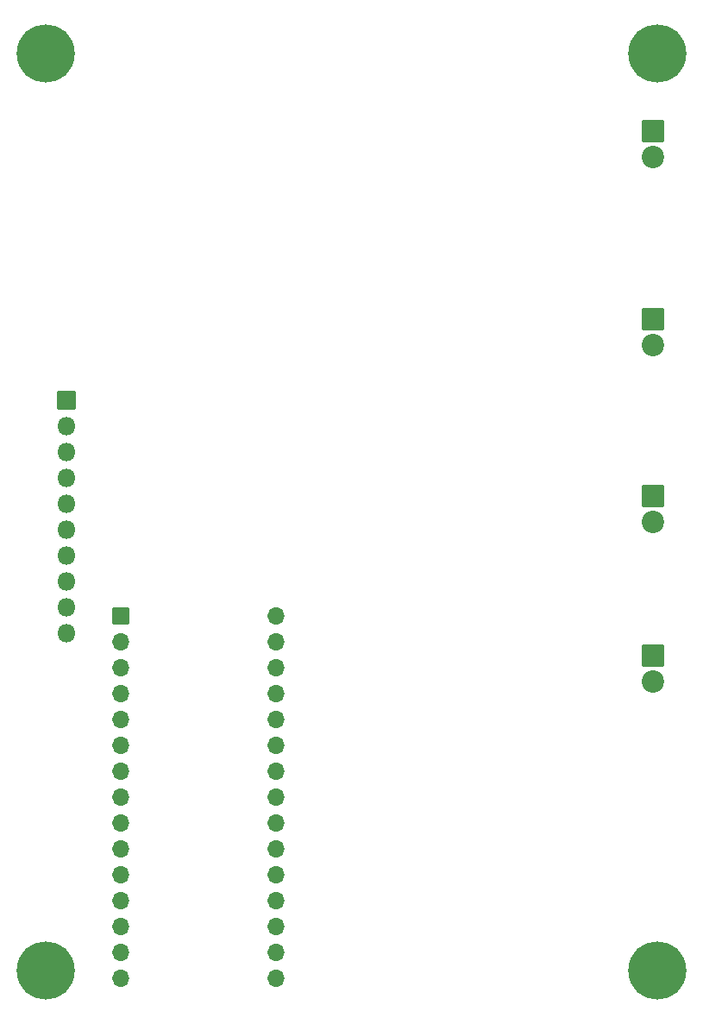
<source format=gbr>
%TF.GenerationSoftware,KiCad,Pcbnew,(6.0.4)*%
%TF.CreationDate,2023-07-24T13:38:07-04:00*%
%TF.ProjectId,BREAD_Slice,42524541-445f-4536-9c69-63652e6b6963,rev?*%
%TF.SameCoordinates,Original*%
%TF.FileFunction,Soldermask,Top*%
%TF.FilePolarity,Negative*%
%FSLAX46Y46*%
G04 Gerber Fmt 4.6, Leading zero omitted, Abs format (unit mm)*
G04 Created by KiCad (PCBNEW (6.0.4)) date 2023-07-24 13:38:07*
%MOMM*%
%LPD*%
G01*
G04 APERTURE LIST*
G04 Aperture macros list*
%AMRoundRect*
0 Rectangle with rounded corners*
0 $1 Rounding radius*
0 $2 $3 $4 $5 $6 $7 $8 $9 X,Y pos of 4 corners*
0 Add a 4 corners polygon primitive as box body*
4,1,4,$2,$3,$4,$5,$6,$7,$8,$9,$2,$3,0*
0 Add four circle primitives for the rounded corners*
1,1,$1+$1,$2,$3*
1,1,$1+$1,$4,$5*
1,1,$1+$1,$6,$7*
1,1,$1+$1,$8,$9*
0 Add four rect primitives between the rounded corners*
20,1,$1+$1,$2,$3,$4,$5,0*
20,1,$1+$1,$4,$5,$6,$7,0*
20,1,$1+$1,$6,$7,$8,$9,0*
20,1,$1+$1,$8,$9,$2,$3,0*%
G04 Aperture macros list end*
%ADD10C,5.700000*%
%ADD11RoundRect,0.050000X-0.800000X-0.800000X0.800000X-0.800000X0.800000X0.800000X-0.800000X0.800000X0*%
%ADD12O,1.700000X1.700000*%
%ADD13RoundRect,0.050000X-0.850000X-0.850000X0.850000X-0.850000X0.850000X0.850000X-0.850000X0.850000X0*%
%ADD14O,1.800000X1.800000*%
%ADD15RoundRect,0.050000X-1.050000X1.050000X-1.050000X-1.050000X1.050000X-1.050000X1.050000X1.050000X0*%
%ADD16C,2.200000*%
G04 APERTURE END LIST*
D10*
%TO.C,H1*%
X127600000Y-44800000D03*
%TD*%
%TO.C,H2*%
X187600000Y-44800000D03*
%TD*%
%TO.C,H3*%
X127600000Y-134800000D03*
%TD*%
%TO.C,H4*%
X187600000Y-134800000D03*
%TD*%
D11*
%TO.C,A1*%
X135000000Y-100000000D03*
D12*
X135000000Y-102540000D03*
X135000000Y-105080000D03*
X135000000Y-107620000D03*
X135000000Y-110160000D03*
X135000000Y-112700000D03*
X135000000Y-115240000D03*
X135000000Y-117780000D03*
X135000000Y-120320000D03*
X135000000Y-122860000D03*
X135000000Y-125400000D03*
X135000000Y-127940000D03*
X135000000Y-130480000D03*
X135000000Y-133020000D03*
X135000000Y-135560000D03*
X150240000Y-135560000D03*
X150240000Y-133020000D03*
X150240000Y-130480000D03*
X150240000Y-127940000D03*
X150240000Y-125400000D03*
X150240000Y-122860000D03*
X150240000Y-120320000D03*
X150240000Y-117780000D03*
X150240000Y-115240000D03*
X150240000Y-112700000D03*
X150240000Y-110160000D03*
X150240000Y-107620000D03*
X150240000Y-105080000D03*
X150240000Y-102540000D03*
X150240000Y-100000000D03*
%TD*%
D13*
%TO.C,J1*%
X129600000Y-78800000D03*
D14*
X129600000Y-81340000D03*
X129600000Y-83880000D03*
X129600000Y-86420000D03*
X129600000Y-88960000D03*
X129600000Y-91500000D03*
X129600000Y-94040000D03*
X129600000Y-96580000D03*
X129600000Y-99120000D03*
X129600000Y-101660000D03*
%TD*%
D15*
%TO.C,J2*%
X187179500Y-52424000D03*
D16*
X187179500Y-54964000D03*
%TD*%
D15*
%TO.C,J3*%
X187179500Y-88238000D03*
D16*
X187179500Y-90778000D03*
%TD*%
D15*
%TO.C,J4*%
X187179500Y-70839000D03*
D16*
X187179500Y-73379000D03*
%TD*%
D15*
%TO.C,J5*%
X187179500Y-103922500D03*
D16*
X187179500Y-106462500D03*
%TD*%
M02*

</source>
